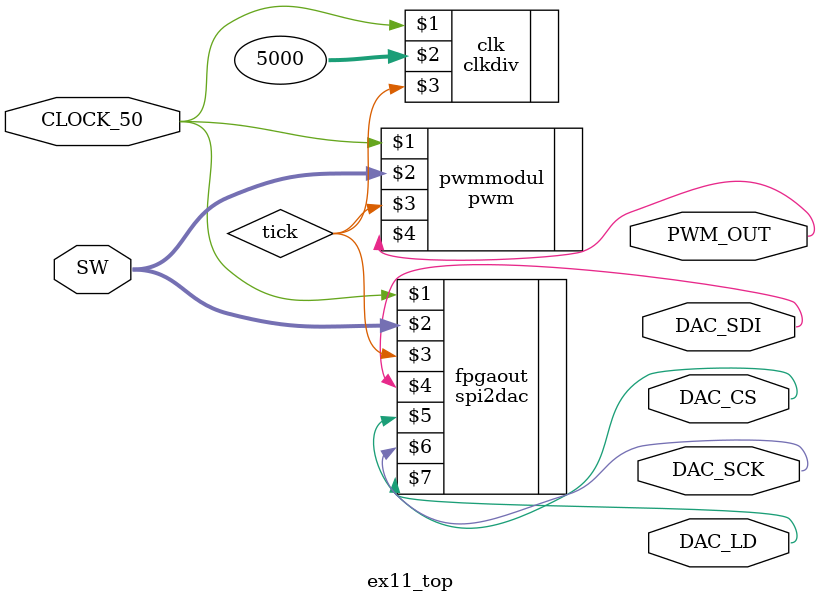
<source format=v>
module ex11_top(
		CLOCK_50, //clock input
		SW, //enable to run
		DAC_CS,
		DAC_SDI,
		DAC_LD,
		DAC_SCK,
		PWM_OUT
		);
		
		input CLOCK_50;
		input [9:0] SW;
	
		output DAC_CS;
		output DAC_SDI;
		output DAC_LD;
		output DAC_SCK;
		output PWM_OUT;
		
		clkdiv clk(CLOCK_50,5000,tick);
		
		spi2dac fpgaout (CLOCK_50, SW[9:0], tick, DAC_SDI, DAC_CS, DAC_SCK, DAC_LD);
		
		pwm pwmmodul (CLOCK_50,SW[9:0],tick,PWM_OUT);
	
endmodule 
</source>
